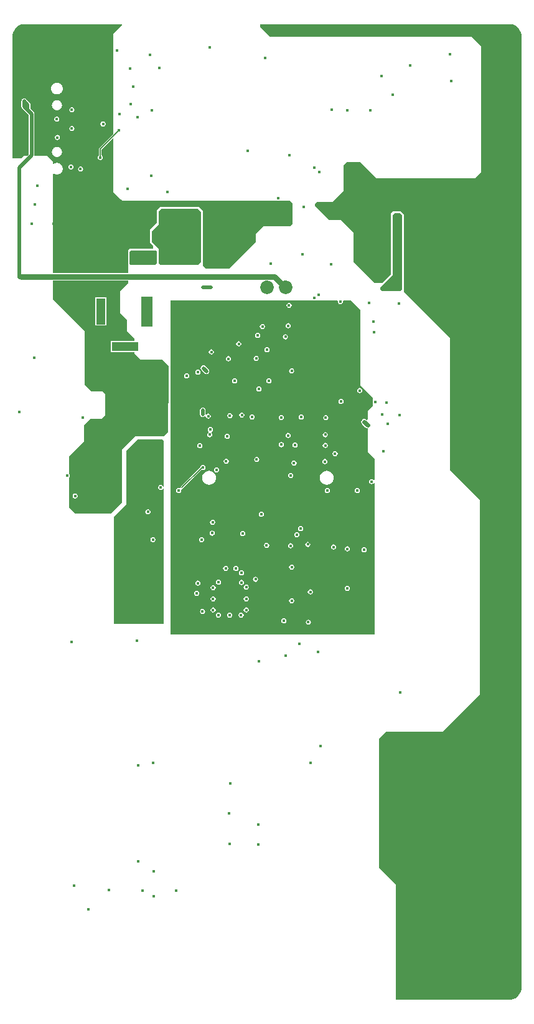
<source format=gbr>
%TF.GenerationSoftware,Altium Limited,Altium Designer,19.1.6 (110)*%
G04 Layer_Physical_Order=4*
G04 Layer_Color=6736896*
%FSLAX26Y26*%
%MOIN*%
%TF.FileFunction,Copper,L4,Inr,Signal*%
%TF.Part,Single*%
G01*
G75*
%TA.AperFunction,Conductor*%
%ADD41C,0.005000*%
%ADD46C,0.019685*%
%ADD50C,0.031496*%
%ADD51C,0.023622*%
%TA.AperFunction,ComponentPad*%
%ADD52R,0.139764X0.051181*%
%ADD53R,0.051181X0.139764*%
%ADD54R,0.061024X0.161417*%
%ADD55C,0.072835*%
%TA.AperFunction,ViaPad*%
%ADD57C,0.017716*%
G36*
X602438Y5229913D02*
X555748Y5183223D01*
Y4647230D01*
X479867Y4571349D01*
X478964Y4570248D01*
X478293Y4568993D01*
X477880Y4567632D01*
X477741Y4566215D01*
Y4531485D01*
X476714Y4530799D01*
X475375Y4529625D01*
X474201Y4528286D01*
X473212Y4526806D01*
X472424Y4525209D01*
X471852Y4523523D01*
X471505Y4521777D01*
X471388Y4520000D01*
X471505Y4518223D01*
X471852Y4516477D01*
X472424Y4514791D01*
X473212Y4513194D01*
X474201Y4511714D01*
X475375Y4510375D01*
X476714Y4509201D01*
X478194Y4508212D01*
X479791Y4507424D01*
X481477Y4506852D01*
X483223Y4506505D01*
X485000Y4506388D01*
X486777Y4506505D01*
X488523Y4506852D01*
X490209Y4507424D01*
X491806Y4508212D01*
X493286Y4509201D01*
X494625Y4510375D01*
X495799Y4511714D01*
X496788Y4513194D01*
X497576Y4514791D01*
X498148Y4516477D01*
X498495Y4518223D01*
X498612Y4520000D01*
X498495Y4521777D01*
X498148Y4523523D01*
X497576Y4525209D01*
X496788Y4526806D01*
X495799Y4528286D01*
X494625Y4529625D01*
X493286Y4530799D01*
X492259Y4531485D01*
Y4563208D01*
X552111Y4623060D01*
X555748Y4621553D01*
Y4336766D01*
X596102Y4296412D01*
Y4295428D01*
X602992Y4288538D01*
X1502598D01*
X1515394Y4275743D01*
Y4164522D01*
X1503583Y4152711D01*
X1360866D01*
X1319528Y4111373D01*
Y4069050D01*
X1176811Y3926334D01*
X1047874D01*
X1033110Y3941097D01*
Y4236373D01*
X1014409Y4255074D01*
X804764D01*
X788032Y4238341D01*
Y4173381D01*
X750630Y4135979D01*
Y4064129D01*
X767362Y4047396D01*
Y4030664D01*
X642362D01*
X633504Y4021806D01*
Y3902350D01*
X230945D01*
Y4432921D01*
X234882Y4434903D01*
X235386Y4434530D01*
X238023Y4432949D01*
X240803Y4431634D01*
X243699Y4430598D01*
X246682Y4429851D01*
X249724Y4429399D01*
X252795Y4429248D01*
X255867Y4429399D01*
X258909Y4429851D01*
X261892Y4430598D01*
X264787Y4431634D01*
X267567Y4432949D01*
X270205Y4434530D01*
X272675Y4436362D01*
X274954Y4438427D01*
X277019Y4440706D01*
X278851Y4443176D01*
X280432Y4445813D01*
X281747Y4448593D01*
X282783Y4451489D01*
X283530Y4454472D01*
X283981Y4457514D01*
X284132Y4460585D01*
X283981Y4463657D01*
X283530Y4466699D01*
X282783Y4469682D01*
X281747Y4472578D01*
X280432Y4475358D01*
X278851Y4477995D01*
X277019Y4480465D01*
X274954Y4482744D01*
X272675Y4484809D01*
X270205Y4486641D01*
X267567Y4488222D01*
X264787Y4489537D01*
X261892Y4490573D01*
X258909Y4491320D01*
X255867Y4491771D01*
X252795Y4491922D01*
X249724Y4491771D01*
X246682Y4491320D01*
X243699Y4490573D01*
X240803Y4489537D01*
X238023Y4488222D01*
X235386Y4486641D01*
X234882Y4486268D01*
X230945Y4488249D01*
Y4499168D01*
X200433Y4529680D01*
X133121D01*
X131764Y4531129D01*
Y4753696D01*
X131639Y4755601D01*
X131266Y4757474D01*
X130652Y4759282D01*
X129808Y4760995D01*
X128747Y4762583D01*
X127488Y4764018D01*
X110504Y4781002D01*
Y4803499D01*
X110379Y4805404D01*
X110006Y4807277D01*
X109392Y4809085D01*
X108548Y4810798D01*
X107487Y4812386D01*
X106228Y4813821D01*
X87724Y4832325D01*
X86288Y4833584D01*
X84701Y4834645D01*
X82988Y4835490D01*
X81180Y4836104D01*
X79307Y4836476D01*
X77402Y4836601D01*
X75496Y4836476D01*
X73623Y4836104D01*
X71815Y4835490D01*
X70103Y4834645D01*
X68515Y4833584D01*
X67079Y4832325D01*
X65820Y4830890D01*
X64759Y4829302D01*
X63915Y4827589D01*
X63301Y4825781D01*
X62928Y4823908D01*
X62803Y4822003D01*
Y4793459D01*
X62928Y4791554D01*
X63301Y4789681D01*
X63915Y4787873D01*
X64759Y4786160D01*
X65820Y4784573D01*
X67079Y4783137D01*
X85583Y4764633D01*
X102567Y4747649D01*
Y4537176D01*
X95071Y4529680D01*
X77402D01*
X62638Y4514916D01*
X16055D01*
Y5170866D01*
Y5177040D01*
X18464Y5189150D01*
X23189Y5200558D01*
X30049Y5210824D01*
X38780Y5219556D01*
X49047Y5226416D01*
X60455Y5231141D01*
X72566Y5233550D01*
X600931D01*
X602438Y5229913D01*
D02*
G37*
G36*
X2695449Y5231141D02*
X2706856Y5226416D01*
X2717123Y5219556D01*
X2725854Y5210825D01*
X2732715Y5200558D01*
X2737440Y5189151D01*
X2739849Y5177040D01*
Y5170866D01*
Y78740D01*
Y78740D01*
Y78740D01*
X2739849Y72566D01*
X2737440Y60455D01*
X2732715Y49046D01*
X2725855Y38779D01*
X2717124Y30047D01*
X2706856Y23186D01*
X2695448Y18460D01*
X2683338Y16051D01*
X2677164Y16051D01*
X2068543Y16058D01*
X2068542Y597441D01*
X2066929Y630905D01*
X1978347Y719488D01*
Y1413386D01*
X2014764Y1449803D01*
X2318898D01*
X2319390Y1449311D01*
X2519332Y1649253D01*
X2519331Y2688144D01*
X2356929Y2850546D01*
Y3557239D01*
X2111850Y3802318D01*
Y4215704D01*
X2096102Y4231452D01*
X2051811D01*
X2040000Y4219641D01*
Y3894837D01*
X1994725Y3849562D01*
X1953386D01*
X1840197Y3962751D01*
Y4120231D01*
X1773268Y4187160D01*
X1708307D01*
X1633504Y4261963D01*
Y4272790D01*
X1644331Y4283617D01*
X1728976D01*
X1789016Y4343656D01*
Y4479483D01*
X1805748Y4496215D01*
X1876614D01*
X1963228Y4409601D01*
X2490310Y4409601D01*
X2523260Y4442552D01*
X2523268Y4907633D01*
Y5115310D01*
X2473071Y5165507D01*
X1393347D01*
X1342165Y5216688D01*
Y5233550D01*
X2683338D01*
X2695449Y5231141D01*
D02*
G37*
G36*
X1023268Y4230467D02*
Y3960782D01*
X1009488Y3947003D01*
X805748D01*
X797874Y3954877D01*
X797874Y4031648D01*
X770315Y4059207D01*
X761457Y4068066D01*
Y4124168D01*
X798858Y4161570D01*
Y4231452D01*
X812638Y4245231D01*
X1008504D01*
X1023268Y4230467D01*
D02*
G37*
G36*
X789016Y4015900D02*
Y3956845D01*
X779173Y3947003D01*
Y3947003D01*
X647284D01*
X640394Y3953892D01*
Y4014916D01*
X646299Y4020822D01*
X784095D01*
X789016Y4015900D01*
D02*
G37*
G36*
X2102007Y4210782D02*
X2102008Y3815113D01*
X2091181Y3804286D01*
X1993741Y3804287D01*
X1984882Y3813144D01*
Y3824955D01*
X2050828Y3890901D01*
X2050828Y4212751D01*
X2059684Y4221608D01*
X2091183Y4221610D01*
X2102007Y4210782D01*
D02*
G37*
G36*
X1753889Y3755073D02*
X1757061Y3751207D01*
X1756821Y3750000D01*
X1757875Y3744700D01*
X1760877Y3740207D01*
X1765370Y3737206D01*
X1770669Y3736151D01*
X1775969Y3737206D01*
X1780462Y3740207D01*
X1783464Y3744700D01*
X1784518Y3750000D01*
X1784278Y3751207D01*
X1787450Y3755072D01*
X1826618D01*
X1877952Y3703739D01*
X1877955Y3302167D01*
X1944882Y3235236D01*
Y3191929D01*
X1945866Y3190945D01*
X1916339Y3161417D01*
Y3117974D01*
X1911719Y3116060D01*
X1910543Y3117236D01*
X1905074Y3120891D01*
X1898622Y3122174D01*
X1892170Y3120891D01*
X1886701Y3117236D01*
X1883046Y3111767D01*
X1881763Y3105315D01*
X1883046Y3098863D01*
X1886701Y3093394D01*
X1904417Y3075677D01*
X1909887Y3072022D01*
X1916339Y3070739D01*
Y2945032D01*
X1955512Y2905859D01*
Y2795736D01*
X1950512Y2794219D01*
X1948793Y2796793D01*
X1944300Y2799794D01*
X1939000Y2800849D01*
X1933700Y2799794D01*
X1929207Y2796793D01*
X1926206Y2792300D01*
X1925151Y2787000D01*
X1926206Y2781700D01*
X1929207Y2777207D01*
X1933700Y2774206D01*
X1939000Y2773151D01*
X1944300Y2774206D01*
X1948793Y2777207D01*
X1950512Y2779781D01*
X1955512Y2778264D01*
Y2234472D01*
X1955512Y1970002D01*
X860868Y1969999D01*
X860866Y3755074D01*
X1753889Y3755073D01*
D02*
G37*
G36*
X633504Y3847593D02*
X591181Y3805270D01*
Y3686176D01*
X626614Y3650743D01*
Y3591688D01*
X666968Y3551333D01*
Y3538341D01*
X542165D01*
Y3477711D01*
X666968D01*
Y3473578D01*
X700433Y3440113D01*
X815591D01*
X850039Y3405664D01*
Y3338735D01*
X850042Y3207769D01*
X849409Y3207136D01*
Y3051181D01*
X826772Y3028543D01*
X674293D01*
X673761Y3029075D01*
X645828Y3001141D01*
X602362Y2957675D01*
Y2674213D01*
X543307Y2615157D01*
X351378D01*
X317913Y2648622D01*
Y2808537D01*
X318870Y2809627D01*
X319859Y2811108D01*
X320647Y2812704D01*
X321219Y2814390D01*
X321566Y2816137D01*
X321683Y2817913D01*
X321566Y2819690D01*
X321219Y2821436D01*
X320647Y2823122D01*
X319859Y2824719D01*
X318870Y2826200D01*
X317913Y2827290D01*
Y2827449D01*
X317554Y2827809D01*
Y2922391D01*
X396299Y3001137D01*
Y3085782D01*
X431732Y3121215D01*
X490787D01*
X510473Y3140900D01*
Y3255073D01*
X495709Y3269837D01*
X436654D01*
X402205Y3304286D01*
Y3591688D01*
X230945Y3762948D01*
Y3861340D01*
X633504D01*
Y3847593D01*
D02*
G37*
G36*
X825000Y3006693D02*
X825000Y2759332D01*
X821219Y2758444D01*
X820646Y2760130D01*
X819859Y2761727D01*
X818870Y2763208D01*
X817696Y2764546D01*
X816357Y2765720D01*
X814877Y2766709D01*
X813280Y2767497D01*
X811594Y2768069D01*
X809848Y2768417D01*
X808071Y2768533D01*
X806294Y2768417D01*
X804548Y2768069D01*
X802862Y2767497D01*
X801265Y2766709D01*
X799785Y2765720D01*
X798446Y2764546D01*
X797272Y2763208D01*
X796283Y2761727D01*
X795495Y2760130D01*
X794923Y2758444D01*
X794576Y2756698D01*
X794459Y2754921D01*
X794576Y2753145D01*
X794923Y2751398D01*
X795495Y2749712D01*
X796283Y2748115D01*
X797272Y2746635D01*
X798446Y2745296D01*
X799785Y2744122D01*
X801265Y2743133D01*
X802862Y2742346D01*
X804548Y2741773D01*
X806294Y2741426D01*
X808071Y2741310D01*
X809848Y2741426D01*
X811594Y2741773D01*
X813280Y2742346D01*
X814877Y2743133D01*
X816357Y2744122D01*
X817696Y2745296D01*
X818870Y2746635D01*
X819859Y2748115D01*
X820646Y2749712D01*
X821219Y2751398D01*
X825000Y2750510D01*
X825000Y2024999D01*
X559056Y2025000D01*
X559055Y2597594D01*
X625000Y2662402D01*
Y2951772D01*
X687008Y3013780D01*
X817913D01*
X825000Y3006693D01*
D02*
G37*
%LPC*%
G36*
X252795Y4920663D02*
X249724Y4920512D01*
X246682Y4920060D01*
X243699Y4919313D01*
X240803Y4918277D01*
X238023Y4916962D01*
X235386Y4915381D01*
X232915Y4913549D01*
X230637Y4911484D01*
X228571Y4909206D01*
X226740Y4906735D01*
X225159Y4904098D01*
X223844Y4901318D01*
X222808Y4898422D01*
X222060Y4895439D01*
X221609Y4892397D01*
X221458Y4889326D01*
X221609Y4886254D01*
X222060Y4883212D01*
X222808Y4880229D01*
X223844Y4877333D01*
X225159Y4874553D01*
X226740Y4871916D01*
X228571Y4869446D01*
X230637Y4867167D01*
X232915Y4865102D01*
X235386Y4863270D01*
X238023Y4861689D01*
X240803Y4860374D01*
X243699Y4859338D01*
X246682Y4858591D01*
X249724Y4858140D01*
X252795Y4857989D01*
X255867Y4858140D01*
X258909Y4858591D01*
X261892Y4859338D01*
X264787Y4860374D01*
X267567Y4861689D01*
X270205Y4863270D01*
X272675Y4865102D01*
X274954Y4867167D01*
X277019Y4869446D01*
X278851Y4871916D01*
X280432Y4874553D01*
X281747Y4877333D01*
X282783Y4880229D01*
X283530Y4883212D01*
X283981Y4886254D01*
X284132Y4889326D01*
X283981Y4892397D01*
X283530Y4895439D01*
X282783Y4898422D01*
X281747Y4901318D01*
X280432Y4904098D01*
X278851Y4906735D01*
X277019Y4909206D01*
X274954Y4911484D01*
X272675Y4913549D01*
X270205Y4915381D01*
X267567Y4916962D01*
X264787Y4918277D01*
X261892Y4919313D01*
X258909Y4920060D01*
X255867Y4920512D01*
X252795Y4920663D01*
D02*
G37*
G36*
Y4826957D02*
X250149Y4826827D01*
X247528Y4826438D01*
X244957Y4825794D01*
X242463Y4824901D01*
X240067Y4823768D01*
X237794Y4822406D01*
X235666Y4820828D01*
X233703Y4819048D01*
X231923Y4817085D01*
X230345Y4814957D01*
X228982Y4812684D01*
X227850Y4810288D01*
X226957Y4807793D01*
X226313Y4805223D01*
X225924Y4802602D01*
X225794Y4799956D01*
X225924Y4797309D01*
X226313Y4794688D01*
X226957Y4792118D01*
X227850Y4789623D01*
X228982Y4787227D01*
X230345Y4784954D01*
X231923Y4782826D01*
X233703Y4780863D01*
X235666Y4779083D01*
X237794Y4777505D01*
X240067Y4776143D01*
X242463Y4775010D01*
X244957Y4774117D01*
X247528Y4773473D01*
X250149Y4773084D01*
X252795Y4772954D01*
X255442Y4773084D01*
X258063Y4773473D01*
X260633Y4774117D01*
X263128Y4775010D01*
X265524Y4776143D01*
X267796Y4777505D01*
X269925Y4779083D01*
X271888Y4780863D01*
X273667Y4782826D01*
X275246Y4784954D01*
X276608Y4787227D01*
X277741Y4789623D01*
X278634Y4792118D01*
X279277Y4794688D01*
X279666Y4797309D01*
X279796Y4799956D01*
X279666Y4802602D01*
X279277Y4805223D01*
X278634Y4807793D01*
X277741Y4810288D01*
X276608Y4812684D01*
X275246Y4814957D01*
X273667Y4817085D01*
X271888Y4819048D01*
X269925Y4820828D01*
X267796Y4822406D01*
X265524Y4823768D01*
X263128Y4824901D01*
X260633Y4825794D01*
X258063Y4826438D01*
X255442Y4826827D01*
X252795Y4826957D01*
D02*
G37*
G36*
X332795Y4788567D02*
X331019Y4788451D01*
X329272Y4788103D01*
X327586Y4787531D01*
X325989Y4786744D01*
X324509Y4785754D01*
X323170Y4784580D01*
X321996Y4783242D01*
X321007Y4781761D01*
X320220Y4780164D01*
X319647Y4778479D01*
X319300Y4776732D01*
X319184Y4774956D01*
X319300Y4773179D01*
X319647Y4771432D01*
X320220Y4769747D01*
X321007Y4768150D01*
X321996Y4766669D01*
X323170Y4765331D01*
X324509Y4764157D01*
X325989Y4763167D01*
X327586Y4762380D01*
X329272Y4761808D01*
X331019Y4761460D01*
X332795Y4761344D01*
X334572Y4761460D01*
X336318Y4761808D01*
X338004Y4762380D01*
X339601Y4763167D01*
X341082Y4764157D01*
X342420Y4765331D01*
X343594Y4766669D01*
X344583Y4768150D01*
X345371Y4769747D01*
X345943Y4771432D01*
X346291Y4773179D01*
X346407Y4774956D01*
X346291Y4776732D01*
X345943Y4778479D01*
X345371Y4780164D01*
X344583Y4781761D01*
X343594Y4783242D01*
X342420Y4784580D01*
X341082Y4785754D01*
X339601Y4786744D01*
X338004Y4787531D01*
X336318Y4788103D01*
X334572Y4788451D01*
X332795Y4788567D01*
D02*
G37*
G36*
X252008Y4738567D02*
X250231Y4738451D01*
X248485Y4738103D01*
X246799Y4737531D01*
X245202Y4736744D01*
X243722Y4735754D01*
X242383Y4734580D01*
X241209Y4733242D01*
X240220Y4731761D01*
X239432Y4730164D01*
X238860Y4728479D01*
X238513Y4726732D01*
X238396Y4724956D01*
X238513Y4723179D01*
X238860Y4721432D01*
X239432Y4719747D01*
X240220Y4718150D01*
X241209Y4716669D01*
X242383Y4715331D01*
X243722Y4714157D01*
X245202Y4713167D01*
X246799Y4712380D01*
X248485Y4711808D01*
X250231Y4711460D01*
X252008Y4711344D01*
X253785Y4711460D01*
X255531Y4711808D01*
X257217Y4712380D01*
X258814Y4713167D01*
X260294Y4714157D01*
X261633Y4715331D01*
X262807Y4716669D01*
X263796Y4718150D01*
X264584Y4719747D01*
X265156Y4721432D01*
X265503Y4723179D01*
X265620Y4724956D01*
X265503Y4726732D01*
X265156Y4728479D01*
X264584Y4730164D01*
X263796Y4731761D01*
X262807Y4733242D01*
X261633Y4734580D01*
X260294Y4735754D01*
X258814Y4736744D01*
X257217Y4737531D01*
X255531Y4738103D01*
X253785Y4738451D01*
X252008Y4738567D01*
D02*
G37*
G36*
X499646Y4712583D02*
X497869Y4712467D01*
X496123Y4712119D01*
X494437Y4711547D01*
X492840Y4710759D01*
X491359Y4709770D01*
X490021Y4708596D01*
X488847Y4707257D01*
X487858Y4705777D01*
X487070Y4704180D01*
X486498Y4702494D01*
X486150Y4700748D01*
X486034Y4698971D01*
X486150Y4697194D01*
X486498Y4695448D01*
X487070Y4693762D01*
X487858Y4692165D01*
X488847Y4690685D01*
X490021Y4689346D01*
X491359Y4688172D01*
X492840Y4687183D01*
X494437Y4686396D01*
X496123Y4685823D01*
X497869Y4685476D01*
X499646Y4685359D01*
X501422Y4685476D01*
X503169Y4685823D01*
X504855Y4686396D01*
X506452Y4687183D01*
X507932Y4688172D01*
X509271Y4689346D01*
X510445Y4690685D01*
X511434Y4692165D01*
X512221Y4693762D01*
X512794Y4695448D01*
X513141Y4697194D01*
X513257Y4698971D01*
X513141Y4700748D01*
X512794Y4702494D01*
X512221Y4704180D01*
X511434Y4705777D01*
X510445Y4707257D01*
X509271Y4708596D01*
X507932Y4709770D01*
X506452Y4710759D01*
X504855Y4711547D01*
X503169Y4712119D01*
X501422Y4712467D01*
X499646Y4712583D01*
D02*
G37*
G36*
X332795Y4688567D02*
X331019Y4688451D01*
X329272Y4688103D01*
X327586Y4687531D01*
X325989Y4686744D01*
X324509Y4685754D01*
X323170Y4684580D01*
X321996Y4683242D01*
X321007Y4681761D01*
X320220Y4680164D01*
X319647Y4678479D01*
X319300Y4676732D01*
X319184Y4674956D01*
X319300Y4673179D01*
X319647Y4671432D01*
X320220Y4669747D01*
X321007Y4668150D01*
X321996Y4666669D01*
X323170Y4665331D01*
X324509Y4664157D01*
X325989Y4663167D01*
X327586Y4662380D01*
X329272Y4661808D01*
X331019Y4661460D01*
X332795Y4661344D01*
X334572Y4661460D01*
X336318Y4661808D01*
X338004Y4662380D01*
X339601Y4663167D01*
X341082Y4664157D01*
X342420Y4665331D01*
X343594Y4666669D01*
X344583Y4668150D01*
X345371Y4669747D01*
X345943Y4671432D01*
X346291Y4673179D01*
X346407Y4674956D01*
X346291Y4676732D01*
X345943Y4678479D01*
X345371Y4680164D01*
X344583Y4681761D01*
X343594Y4683242D01*
X342420Y4684580D01*
X341082Y4685754D01*
X339601Y4686744D01*
X338004Y4687531D01*
X336318Y4688103D01*
X334572Y4688451D01*
X332795Y4688567D01*
D02*
G37*
G36*
X255551Y4640733D02*
X253774Y4640616D01*
X252028Y4640269D01*
X250342Y4639697D01*
X248745Y4638909D01*
X247265Y4637920D01*
X245926Y4636746D01*
X244752Y4635407D01*
X243763Y4633927D01*
X242976Y4632330D01*
X242403Y4630644D01*
X242056Y4628898D01*
X241940Y4627121D01*
X242056Y4625344D01*
X242403Y4623598D01*
X242976Y4621912D01*
X243763Y4620315D01*
X244752Y4618835D01*
X245926Y4617496D01*
X247265Y4616322D01*
X248745Y4615333D01*
X250342Y4614545D01*
X252028Y4613973D01*
X253774Y4613626D01*
X255551Y4613509D01*
X257328Y4613626D01*
X259074Y4613973D01*
X260760Y4614545D01*
X262357Y4615333D01*
X263837Y4616322D01*
X265176Y4617496D01*
X266350Y4618835D01*
X267339Y4620315D01*
X268127Y4621912D01*
X268699Y4623598D01*
X269046Y4625344D01*
X269163Y4627121D01*
X269046Y4628898D01*
X268699Y4630644D01*
X268127Y4632330D01*
X267339Y4633927D01*
X266350Y4635407D01*
X265176Y4636746D01*
X263837Y4637920D01*
X262357Y4638909D01*
X260760Y4639697D01*
X259074Y4640269D01*
X257328Y4640616D01*
X255551Y4640733D01*
D02*
G37*
G36*
X252795Y4576957D02*
X250149Y4576827D01*
X247528Y4576438D01*
X244957Y4575794D01*
X242463Y4574901D01*
X240067Y4573768D01*
X237794Y4572406D01*
X235666Y4570828D01*
X233703Y4569048D01*
X231923Y4567085D01*
X230345Y4564957D01*
X228982Y4562684D01*
X227850Y4560288D01*
X226957Y4557793D01*
X226313Y4555223D01*
X225924Y4552602D01*
X225794Y4549956D01*
X225924Y4547309D01*
X226313Y4544688D01*
X226957Y4542118D01*
X227850Y4539623D01*
X228982Y4537227D01*
X230345Y4534954D01*
X231923Y4532826D01*
X233703Y4530863D01*
X235666Y4529083D01*
X237794Y4527505D01*
X240067Y4526143D01*
X242463Y4525010D01*
X244957Y4524117D01*
X247528Y4523473D01*
X250149Y4523084D01*
X252795Y4522954D01*
X255442Y4523084D01*
X258063Y4523473D01*
X260633Y4524117D01*
X263128Y4525010D01*
X265524Y4526143D01*
X267796Y4527505D01*
X269925Y4529083D01*
X271888Y4530863D01*
X273667Y4532826D01*
X275246Y4534954D01*
X276608Y4537227D01*
X277741Y4539623D01*
X278634Y4542118D01*
X279277Y4544688D01*
X279666Y4547309D01*
X279796Y4549956D01*
X279666Y4552602D01*
X279277Y4555223D01*
X278634Y4557793D01*
X277741Y4560288D01*
X276608Y4562684D01*
X275246Y4564957D01*
X273667Y4567085D01*
X271888Y4569048D01*
X269925Y4570828D01*
X267796Y4572406D01*
X265524Y4573768D01*
X263128Y4574901D01*
X260633Y4575794D01*
X258063Y4576438D01*
X255442Y4576827D01*
X252795Y4576957D01*
D02*
G37*
G36*
X328386Y4483252D02*
X326609Y4483136D01*
X324863Y4482788D01*
X323177Y4482216D01*
X321580Y4481429D01*
X320100Y4480439D01*
X318761Y4479265D01*
X317587Y4477927D01*
X316598Y4476446D01*
X315810Y4474850D01*
X315238Y4473163D01*
X314891Y4471417D01*
X314774Y4469641D01*
X314891Y4467864D01*
X315238Y4466118D01*
X315810Y4464431D01*
X316598Y4462835D01*
X317587Y4461354D01*
X318761Y4460016D01*
X320100Y4458842D01*
X321580Y4457852D01*
X323177Y4457065D01*
X324863Y4456493D01*
X326609Y4456145D01*
X328386Y4456029D01*
X330163Y4456145D01*
X331909Y4456493D01*
X333595Y4457065D01*
X335192Y4457852D01*
X336672Y4458842D01*
X338011Y4460016D01*
X339185Y4461354D01*
X340174Y4462835D01*
X340962Y4464431D01*
X341534Y4466118D01*
X341881Y4467864D01*
X341998Y4469641D01*
X341881Y4471417D01*
X341534Y4473163D01*
X340962Y4474850D01*
X340174Y4476446D01*
X339185Y4477927D01*
X338011Y4479265D01*
X336672Y4480439D01*
X335192Y4481429D01*
X333595Y4482216D01*
X331909Y4482788D01*
X330163Y4483136D01*
X328386Y4483252D01*
D02*
G37*
G36*
X379567Y4471441D02*
X377790Y4471325D01*
X376044Y4470977D01*
X374358Y4470405D01*
X372761Y4469618D01*
X371281Y4468628D01*
X369942Y4467454D01*
X368768Y4466116D01*
X367779Y4464635D01*
X366991Y4463038D01*
X366419Y4461352D01*
X366072Y4459606D01*
X365955Y4457829D01*
X366072Y4456053D01*
X366419Y4454306D01*
X366991Y4452620D01*
X367779Y4451024D01*
X368768Y4449543D01*
X369942Y4448205D01*
X371281Y4447031D01*
X372761Y4446041D01*
X374358Y4445254D01*
X376044Y4444682D01*
X377790Y4444334D01*
X379567Y4444218D01*
X381344Y4444334D01*
X383090Y4444682D01*
X384776Y4445254D01*
X386373Y4446041D01*
X387853Y4447031D01*
X389192Y4448205D01*
X390366Y4449543D01*
X391355Y4451024D01*
X392143Y4452620D01*
X392715Y4454306D01*
X393062Y4456053D01*
X393179Y4457829D01*
X393062Y4459606D01*
X392715Y4461352D01*
X392143Y4463038D01*
X391355Y4464635D01*
X390366Y4466116D01*
X389192Y4467454D01*
X387853Y4468628D01*
X386373Y4469618D01*
X384776Y4470405D01*
X383090Y4470977D01*
X381344Y4471325D01*
X379567Y4471441D01*
D02*
G37*
G36*
X1496063Y3743179D02*
X1490763Y3742125D01*
X1486271Y3739123D01*
X1483268Y3734630D01*
X1482214Y3729331D01*
X1483268Y3724031D01*
X1486271Y3719538D01*
X1490763Y3716536D01*
X1496063Y3715482D01*
X1501363Y3716536D01*
X1505855Y3719538D01*
X1508858Y3724031D01*
X1509912Y3729331D01*
X1508858Y3734630D01*
X1505855Y3739123D01*
X1501363Y3742125D01*
X1496063Y3743179D01*
D02*
G37*
G36*
X1492126Y3633927D02*
X1486826Y3632873D01*
X1482333Y3629871D01*
X1479332Y3625378D01*
X1478277Y3620079D01*
X1479332Y3614779D01*
X1482333Y3610286D01*
X1486826Y3607284D01*
X1492126Y3606230D01*
X1497426Y3607284D01*
X1501918Y3610286D01*
X1504920Y3614779D01*
X1505975Y3620079D01*
X1504920Y3625378D01*
X1501918Y3629871D01*
X1497426Y3632873D01*
X1492126Y3633927D01*
D02*
G37*
G36*
X1353347Y3629990D02*
X1348047Y3628936D01*
X1343554Y3625934D01*
X1340552Y3621441D01*
X1339498Y3616142D01*
X1340552Y3610842D01*
X1343554Y3606349D01*
X1348047Y3603347D01*
X1353347Y3602293D01*
X1358646Y3603347D01*
X1363139Y3606349D01*
X1366141Y3610842D01*
X1367195Y3616142D01*
X1366141Y3621441D01*
X1363139Y3625934D01*
X1358646Y3628936D01*
X1353347Y3629990D01*
D02*
G37*
G36*
X1327756Y3581762D02*
X1322456Y3580708D01*
X1317963Y3577706D01*
X1314961Y3573213D01*
X1313907Y3567913D01*
X1314961Y3562614D01*
X1317963Y3558121D01*
X1322456Y3555119D01*
X1327756Y3554065D01*
X1333056Y3555119D01*
X1337548Y3558121D01*
X1340550Y3562614D01*
X1341605Y3567913D01*
X1340550Y3573213D01*
X1337548Y3577706D01*
X1333056Y3580708D01*
X1327756Y3581762D01*
D02*
G37*
G36*
X1476378Y3574872D02*
X1471078Y3573818D01*
X1466585Y3570816D01*
X1463583Y3566323D01*
X1462529Y3561024D01*
X1463583Y3555724D01*
X1466585Y3551231D01*
X1471078Y3548229D01*
X1476378Y3547175D01*
X1481678Y3548229D01*
X1486170Y3551231D01*
X1489172Y3555724D01*
X1490227Y3561024D01*
X1489172Y3566323D01*
X1486170Y3570816D01*
X1481678Y3573818D01*
X1476378Y3574872D01*
D02*
G37*
G36*
X1226378Y3537471D02*
X1221078Y3536416D01*
X1216585Y3533414D01*
X1213583Y3528922D01*
X1212529Y3523622D01*
X1213583Y3518322D01*
X1216585Y3513829D01*
X1221078Y3510827D01*
X1226378Y3509773D01*
X1231678Y3510827D01*
X1236170Y3513829D01*
X1239172Y3518322D01*
X1240227Y3523622D01*
X1239172Y3528922D01*
X1236170Y3533414D01*
X1231678Y3536416D01*
X1226378Y3537471D01*
D02*
G37*
G36*
X1377953Y3505975D02*
X1372653Y3504921D01*
X1368160Y3501919D01*
X1365158Y3497426D01*
X1364104Y3492126D01*
X1365158Y3486826D01*
X1368160Y3482334D01*
X1372653Y3479331D01*
X1377953Y3478277D01*
X1383253Y3479331D01*
X1387745Y3482334D01*
X1390747Y3486826D01*
X1391802Y3492126D01*
X1390747Y3497426D01*
X1387745Y3501919D01*
X1383253Y3504921D01*
X1377953Y3505975D01*
D02*
G37*
G36*
X1079724Y3494164D02*
X1074425Y3493110D01*
X1069932Y3490108D01*
X1066930Y3485615D01*
X1065876Y3480315D01*
X1066930Y3475015D01*
X1069932Y3470523D01*
X1074425Y3467521D01*
X1079724Y3466466D01*
X1085024Y3467521D01*
X1089517Y3470523D01*
X1092519Y3475015D01*
X1093573Y3480315D01*
X1092519Y3485615D01*
X1089517Y3490108D01*
X1085024Y3493110D01*
X1079724Y3494164D01*
D02*
G37*
G36*
X1319882Y3458731D02*
X1314582Y3457676D01*
X1310089Y3454674D01*
X1307087Y3450182D01*
X1306033Y3444882D01*
X1307087Y3439582D01*
X1310089Y3435089D01*
X1314582Y3432087D01*
X1319882Y3431033D01*
X1325182Y3432087D01*
X1329674Y3435089D01*
X1332676Y3439582D01*
X1333731Y3444882D01*
X1332676Y3450182D01*
X1329674Y3454674D01*
X1325182Y3457676D01*
X1319882Y3458731D01*
D02*
G37*
G36*
X1171260Y3457746D02*
X1165960Y3456692D01*
X1161467Y3453690D01*
X1158465Y3449197D01*
X1157411Y3443898D01*
X1158465Y3438598D01*
X1161467Y3434105D01*
X1165960Y3431103D01*
X1171260Y3430049D01*
X1176560Y3431103D01*
X1181052Y3434105D01*
X1184054Y3438598D01*
X1185109Y3443898D01*
X1184054Y3449197D01*
X1181052Y3453690D01*
X1176560Y3456692D01*
X1171260Y3457746D01*
D02*
G37*
G36*
X1510000Y3391849D02*
X1504700Y3390794D01*
X1500207Y3387793D01*
X1497206Y3383300D01*
X1496151Y3378000D01*
X1497206Y3372700D01*
X1500207Y3368207D01*
X1504700Y3365206D01*
X1510000Y3364151D01*
X1515300Y3365206D01*
X1519793Y3368207D01*
X1522794Y3372700D01*
X1523849Y3378000D01*
X1522794Y3383300D01*
X1519793Y3387793D01*
X1515300Y3390794D01*
X1510000Y3391849D01*
D02*
G37*
G36*
X1037402Y3408553D02*
X1031718Y3407423D01*
X1026899Y3404203D01*
X1023680Y3399385D01*
X1022549Y3393701D01*
X1023680Y3388017D01*
X1026899Y3383199D01*
X1043632Y3366466D01*
X1048450Y3363247D01*
X1054134Y3362116D01*
X1059818Y3363247D01*
X1064636Y3366466D01*
X1067856Y3371285D01*
X1068986Y3376968D01*
X1067856Y3382652D01*
X1064636Y3387471D01*
X1047904Y3404203D01*
X1043085Y3407423D01*
X1037402Y3408553D01*
D02*
G37*
G36*
X1007874Y3385896D02*
X1002574Y3384842D01*
X998082Y3381840D01*
X995080Y3377347D01*
X994025Y3372047D01*
X995080Y3366747D01*
X998082Y3362255D01*
X1002574Y3359253D01*
X1007874Y3358198D01*
X1013174Y3359253D01*
X1017667Y3362255D01*
X1020668Y3366747D01*
X1021723Y3372047D01*
X1020668Y3377347D01*
X1017667Y3381840D01*
X1013174Y3384842D01*
X1007874Y3385896D01*
D02*
G37*
G36*
X946850Y3365227D02*
X941551Y3364173D01*
X937058Y3361171D01*
X934056Y3356678D01*
X933002Y3351378D01*
X934056Y3346078D01*
X937058Y3341586D01*
X941551Y3338584D01*
X946850Y3337529D01*
X952150Y3338584D01*
X956643Y3341586D01*
X959645Y3346078D01*
X960699Y3351378D01*
X959645Y3356678D01*
X956643Y3361171D01*
X952150Y3364173D01*
X946850Y3365227D01*
D02*
G37*
G36*
X1204724Y3339636D02*
X1199425Y3338582D01*
X1194932Y3335580D01*
X1191930Y3331087D01*
X1190876Y3325787D01*
X1191930Y3320488D01*
X1194932Y3315995D01*
X1199425Y3312993D01*
X1204724Y3311939D01*
X1210024Y3312993D01*
X1214517Y3315995D01*
X1217519Y3320488D01*
X1218573Y3325787D01*
X1217519Y3331087D01*
X1214517Y3335580D01*
X1210024Y3338582D01*
X1204724Y3339636D01*
D02*
G37*
G36*
X1388780Y3338652D02*
X1383480Y3337598D01*
X1378987Y3334596D01*
X1375985Y3330103D01*
X1374931Y3324803D01*
X1375985Y3319503D01*
X1378987Y3315011D01*
X1383480Y3312009D01*
X1388780Y3310954D01*
X1394079Y3312009D01*
X1398572Y3315011D01*
X1401574Y3319503D01*
X1402628Y3324803D01*
X1401574Y3330103D01*
X1398572Y3334596D01*
X1394079Y3337598D01*
X1388780Y3338652D01*
D02*
G37*
G36*
X1334646Y3296329D02*
X1329346Y3295275D01*
X1324853Y3292273D01*
X1321851Y3287780D01*
X1320797Y3282480D01*
X1321851Y3277181D01*
X1324853Y3272688D01*
X1329346Y3269686D01*
X1334646Y3268632D01*
X1339945Y3269686D01*
X1344438Y3272688D01*
X1347440Y3277181D01*
X1348494Y3282480D01*
X1347440Y3287780D01*
X1344438Y3292273D01*
X1339945Y3295275D01*
X1334646Y3296329D01*
D02*
G37*
G36*
X1874016Y3287471D02*
X1868716Y3286416D01*
X1864223Y3283414D01*
X1861221Y3278922D01*
X1860167Y3273622D01*
X1861221Y3268322D01*
X1864223Y3263829D01*
X1868716Y3260827D01*
X1874016Y3259773D01*
X1879315Y3260827D01*
X1883808Y3263829D01*
X1886810Y3268322D01*
X1887864Y3273622D01*
X1886810Y3278922D01*
X1883808Y3283414D01*
X1879315Y3286416D01*
X1874016Y3287471D01*
D02*
G37*
G36*
X1773622Y3228416D02*
X1768322Y3227361D01*
X1763830Y3224359D01*
X1760828Y3219867D01*
X1759773Y3214567D01*
X1760828Y3209267D01*
X1763830Y3204774D01*
X1768322Y3201772D01*
X1773622Y3200718D01*
X1778922Y3201772D01*
X1783415Y3204774D01*
X1786417Y3209267D01*
X1787471Y3214567D01*
X1786417Y3219867D01*
X1783415Y3224359D01*
X1778922Y3227361D01*
X1773622Y3228416D01*
D02*
G37*
G36*
X1243110Y3156565D02*
X1237811Y3155511D01*
X1233318Y3152509D01*
X1230316Y3148016D01*
X1229262Y3142716D01*
X1230316Y3137417D01*
X1233318Y3132924D01*
X1237811Y3129922D01*
X1243110Y3128868D01*
X1248410Y3129922D01*
X1252903Y3132924D01*
X1255905Y3137417D01*
X1256959Y3142716D01*
X1255905Y3148016D01*
X1252903Y3152509D01*
X1248410Y3155511D01*
X1243110Y3156565D01*
D02*
G37*
G36*
X1179134Y3152628D02*
X1173834Y3151574D01*
X1169341Y3148572D01*
X1166339Y3144079D01*
X1165285Y3138780D01*
X1166339Y3133480D01*
X1169341Y3128987D01*
X1173834Y3125985D01*
X1179134Y3124931D01*
X1184434Y3125985D01*
X1188926Y3128987D01*
X1191928Y3133480D01*
X1192983Y3138780D01*
X1191928Y3144079D01*
X1188926Y3148572D01*
X1184434Y3151574D01*
X1179134Y3152628D01*
D02*
G37*
G36*
X1033465Y3183159D02*
X1027781Y3182029D01*
X1022962Y3178809D01*
X1019743Y3173991D01*
X1018612Y3168307D01*
Y3145669D01*
X1019743Y3139986D01*
X1022962Y3135167D01*
X1027781Y3131948D01*
X1033465Y3130817D01*
X1039148Y3131948D01*
X1043967Y3135167D01*
X1044279Y3135635D01*
X1049587Y3134579D01*
X1050198Y3131511D01*
X1053200Y3127019D01*
X1057692Y3124017D01*
X1062992Y3122962D01*
X1068292Y3124017D01*
X1072785Y3127019D01*
X1075787Y3131511D01*
X1076841Y3136811D01*
X1075787Y3142111D01*
X1072785Y3146604D01*
X1068292Y3149606D01*
X1062992Y3150660D01*
X1057692Y3149606D01*
X1053317Y3146682D01*
X1052577Y3146819D01*
X1048317Y3148296D01*
Y3168307D01*
X1047186Y3173991D01*
X1043967Y3178809D01*
X1039148Y3182029D01*
X1033465Y3183159D01*
D02*
G37*
G36*
X1298228Y3146723D02*
X1292929Y3145669D01*
X1288436Y3142666D01*
X1285434Y3138174D01*
X1284380Y3132874D01*
X1285434Y3127574D01*
X1288436Y3123081D01*
X1292929Y3120079D01*
X1298228Y3119025D01*
X1303528Y3120079D01*
X1308021Y3123081D01*
X1311023Y3127574D01*
X1312077Y3132874D01*
X1311023Y3138174D01*
X1308021Y3142666D01*
X1303528Y3145669D01*
X1298228Y3146723D01*
D02*
G37*
G36*
X1561024Y3145738D02*
X1555724Y3144684D01*
X1551231Y3141682D01*
X1548229Y3137189D01*
X1547175Y3131890D01*
X1548229Y3126590D01*
X1551231Y3122097D01*
X1555724Y3119095D01*
X1561024Y3118041D01*
X1566323Y3119095D01*
X1570816Y3122097D01*
X1573818Y3126590D01*
X1574872Y3131890D01*
X1573818Y3137189D01*
X1570816Y3141682D01*
X1566323Y3144684D01*
X1561024Y3145738D01*
D02*
G37*
G36*
X1453740Y3143770D02*
X1448440Y3142716D01*
X1443948Y3139714D01*
X1440946Y3135221D01*
X1439891Y3129921D01*
X1440946Y3124622D01*
X1443948Y3120129D01*
X1448440Y3117127D01*
X1453740Y3116073D01*
X1459040Y3117127D01*
X1463533Y3120129D01*
X1466535Y3124622D01*
X1467589Y3129921D01*
X1466535Y3135221D01*
X1463533Y3139714D01*
X1459040Y3142716D01*
X1453740Y3143770D01*
D02*
G37*
G36*
X1692913Y3141802D02*
X1687614Y3140747D01*
X1683121Y3137745D01*
X1680119Y3133253D01*
X1679065Y3127953D01*
X1680119Y3122653D01*
X1683121Y3118160D01*
X1687614Y3115158D01*
X1692913Y3114104D01*
X1698213Y3115158D01*
X1702706Y3118160D01*
X1705708Y3122653D01*
X1706762Y3127953D01*
X1705708Y3133253D01*
X1702706Y3137745D01*
X1698213Y3140747D01*
X1692913Y3141802D01*
D02*
G37*
G36*
X1689961Y3051250D02*
X1684661Y3050196D01*
X1680168Y3047194D01*
X1677166Y3042701D01*
X1676112Y3037402D01*
X1677166Y3032102D01*
X1680168Y3027609D01*
X1684661Y3024607D01*
X1689961Y3023553D01*
X1695260Y3024607D01*
X1699753Y3027609D01*
X1702755Y3032102D01*
X1703809Y3037402D01*
X1702755Y3042701D01*
X1699753Y3047194D01*
X1695260Y3050196D01*
X1689961Y3051250D01*
D02*
G37*
G36*
X1073819Y3078809D02*
X1068519Y3077755D01*
X1064026Y3074753D01*
X1061024Y3070260D01*
X1059970Y3064961D01*
X1061024Y3059661D01*
X1064026Y3055168D01*
X1064360Y3054945D01*
X1064596Y3054014D01*
X1064017Y3049161D01*
X1061074Y3047194D01*
X1058072Y3042701D01*
X1057017Y3037402D01*
X1058072Y3032102D01*
X1061074Y3027609D01*
X1065566Y3024607D01*
X1070866Y3023553D01*
X1076166Y3024607D01*
X1080659Y3027609D01*
X1083661Y3032102D01*
X1084715Y3037402D01*
X1083661Y3042701D01*
X1080659Y3047194D01*
X1080325Y3047417D01*
X1080089Y3048349D01*
X1080668Y3053201D01*
X1083611Y3055168D01*
X1086613Y3059661D01*
X1087668Y3064961D01*
X1086613Y3070260D01*
X1083611Y3074753D01*
X1079119Y3077755D01*
X1073819Y3078809D01*
D02*
G37*
G36*
X1490158Y3047313D02*
X1484858Y3046259D01*
X1480365Y3043257D01*
X1477363Y3038764D01*
X1476309Y3033465D01*
X1477363Y3028165D01*
X1480365Y3023672D01*
X1484858Y3020670D01*
X1490158Y3019616D01*
X1495457Y3020670D01*
X1499950Y3023672D01*
X1502952Y3028165D01*
X1504006Y3033465D01*
X1502952Y3038764D01*
X1499950Y3043257D01*
X1495457Y3046259D01*
X1490158Y3047313D01*
D02*
G37*
G36*
X1165354Y3042392D02*
X1160055Y3041338D01*
X1155562Y3038336D01*
X1152560Y3033843D01*
X1151506Y3028543D01*
X1152560Y3023244D01*
X1155562Y3018751D01*
X1160055Y3015749D01*
X1165354Y3014695D01*
X1170654Y3015749D01*
X1175147Y3018751D01*
X1178149Y3023244D01*
X1179203Y3028543D01*
X1178149Y3033843D01*
X1175147Y3038336D01*
X1170654Y3041338D01*
X1165354Y3042392D01*
D02*
G37*
G36*
X1454724Y2998101D02*
X1449425Y2997046D01*
X1444932Y2994044D01*
X1441930Y2989552D01*
X1440876Y2984252D01*
X1441930Y2978952D01*
X1444932Y2974459D01*
X1449425Y2971457D01*
X1454724Y2970403D01*
X1460024Y2971457D01*
X1464517Y2974459D01*
X1467519Y2978952D01*
X1468573Y2984252D01*
X1467519Y2989552D01*
X1464517Y2994044D01*
X1460024Y2997046D01*
X1454724Y2998101D01*
D02*
G37*
G36*
X1528543Y2995148D02*
X1523244Y2994094D01*
X1518751Y2991092D01*
X1515749Y2986599D01*
X1514695Y2981299D01*
X1515749Y2975999D01*
X1518751Y2971507D01*
X1523244Y2968505D01*
X1528543Y2967450D01*
X1533843Y2968505D01*
X1538336Y2971507D01*
X1541338Y2975999D01*
X1542392Y2981299D01*
X1541338Y2986599D01*
X1538336Y2991092D01*
X1533843Y2994094D01*
X1528543Y2995148D01*
D02*
G37*
G36*
X1689961Y2994164D02*
X1684661Y2993110D01*
X1680168Y2990108D01*
X1677166Y2985615D01*
X1676112Y2980315D01*
X1677166Y2975015D01*
X1680168Y2970523D01*
X1684661Y2967521D01*
X1689961Y2966466D01*
X1695260Y2967521D01*
X1699753Y2970523D01*
X1702755Y2975015D01*
X1703809Y2980315D01*
X1702755Y2985615D01*
X1699753Y2990108D01*
X1695260Y2993110D01*
X1689961Y2994164D01*
D02*
G37*
G36*
X1018346Y2992218D02*
X1013047Y2991164D01*
X1008554Y2988162D01*
X1005552Y2983669D01*
X1004498Y2978369D01*
X1005552Y2973070D01*
X1008554Y2968577D01*
X1013047Y2965575D01*
X1018346Y2964521D01*
X1023646Y2965575D01*
X1028139Y2968577D01*
X1031141Y2973070D01*
X1032195Y2978369D01*
X1031141Y2983669D01*
X1028139Y2988162D01*
X1023646Y2991164D01*
X1018346Y2992218D01*
D02*
G37*
G36*
X1742662Y2949931D02*
X1737362Y2948877D01*
X1732869Y2945875D01*
X1729867Y2941382D01*
X1728813Y2936083D01*
X1729867Y2930783D01*
X1732869Y2926290D01*
X1737362Y2923288D01*
X1742662Y2922234D01*
X1747961Y2923288D01*
X1752454Y2926290D01*
X1755456Y2930783D01*
X1756510Y2936083D01*
X1755456Y2941382D01*
X1752454Y2945875D01*
X1747961Y2948877D01*
X1742662Y2949931D01*
D02*
G37*
G36*
X1322835Y2918376D02*
X1317535Y2917322D01*
X1313042Y2914320D01*
X1310040Y2909827D01*
X1308986Y2904528D01*
X1310040Y2899228D01*
X1313042Y2894735D01*
X1317535Y2891733D01*
X1322835Y2890679D01*
X1328134Y2891733D01*
X1332627Y2894735D01*
X1335629Y2899228D01*
X1336683Y2904528D01*
X1335629Y2909827D01*
X1332627Y2914320D01*
X1328134Y2917322D01*
X1322835Y2918376D01*
D02*
G37*
G36*
X1159449Y2909518D02*
X1154149Y2908464D01*
X1149656Y2905462D01*
X1146654Y2900969D01*
X1145600Y2895669D01*
X1146654Y2890370D01*
X1149656Y2885877D01*
X1154149Y2882875D01*
X1159449Y2881821D01*
X1164748Y2882875D01*
X1169241Y2885877D01*
X1172243Y2890370D01*
X1173297Y2895669D01*
X1172243Y2900969D01*
X1169241Y2905462D01*
X1164748Y2908464D01*
X1159449Y2909518D01*
D02*
G37*
G36*
X1687992Y2907550D02*
X1682692Y2906495D01*
X1678200Y2903493D01*
X1675198Y2899001D01*
X1674143Y2893701D01*
X1675198Y2888401D01*
X1678200Y2883908D01*
X1682692Y2880906D01*
X1687992Y2879852D01*
X1693292Y2880906D01*
X1697785Y2883908D01*
X1700787Y2888401D01*
X1701841Y2893701D01*
X1700787Y2899001D01*
X1697785Y2903493D01*
X1693292Y2906495D01*
X1687992Y2907550D01*
D02*
G37*
G36*
X1522638Y2899675D02*
X1517338Y2898621D01*
X1512845Y2895619D01*
X1509843Y2891126D01*
X1508789Y2885827D01*
X1509843Y2880527D01*
X1512845Y2876034D01*
X1517338Y2873032D01*
X1522638Y2871978D01*
X1527938Y2873032D01*
X1532430Y2876034D01*
X1535432Y2880527D01*
X1536486Y2885827D01*
X1535432Y2891126D01*
X1532430Y2895619D01*
X1527938Y2898621D01*
X1522638Y2899675D01*
D02*
G37*
G36*
X1035497Y2876352D02*
X1030197Y2875298D01*
X1025704Y2872296D01*
X1022702Y2867803D01*
X1022213Y2865342D01*
X1022117Y2865279D01*
X916386Y2759547D01*
X914789Y2757158D01*
X914467Y2755539D01*
X913303Y2754401D01*
X911139Y2752938D01*
X909552Y2752218D01*
X905512Y2753022D01*
X900212Y2751968D01*
X895719Y2748966D01*
X892717Y2744473D01*
X891663Y2739173D01*
X892717Y2733874D01*
X895719Y2729381D01*
X900212Y2726379D01*
X905512Y2725325D01*
X910812Y2726379D01*
X915304Y2729381D01*
X918306Y2733874D01*
X919361Y2739173D01*
X918709Y2742449D01*
X920617Y2745440D01*
X921764Y2746689D01*
X922484Y2747150D01*
X924413Y2747534D01*
X926803Y2749130D01*
X1028509Y2850836D01*
X1030197Y2849709D01*
X1035497Y2848655D01*
X1040796Y2849709D01*
X1045289Y2852711D01*
X1048291Y2857204D01*
X1049345Y2862503D01*
X1048291Y2867803D01*
X1045289Y2872296D01*
X1040796Y2875298D01*
X1035497Y2876352D01*
D02*
G37*
G36*
X1107284Y2863258D02*
X1101984Y2862204D01*
X1097491Y2859202D01*
X1094489Y2854709D01*
X1093435Y2849409D01*
X1094489Y2844110D01*
X1097491Y2839617D01*
X1101984Y2836615D01*
X1107284Y2835561D01*
X1112583Y2836615D01*
X1117076Y2839617D01*
X1120078Y2844110D01*
X1121132Y2849409D01*
X1120078Y2854709D01*
X1117076Y2859202D01*
X1112583Y2862204D01*
X1107284Y2863258D01*
D02*
G37*
G36*
X1504921Y2833731D02*
X1499622Y2832676D01*
X1495129Y2829674D01*
X1492127Y2825182D01*
X1491073Y2819882D01*
X1492127Y2814582D01*
X1495129Y2810089D01*
X1499622Y2807087D01*
X1504921Y2806033D01*
X1510221Y2807087D01*
X1514714Y2810089D01*
X1517716Y2814582D01*
X1518770Y2819882D01*
X1517716Y2825182D01*
X1514714Y2829674D01*
X1510221Y2832676D01*
X1504921Y2833731D01*
D02*
G37*
G36*
X1697481Y2844963D02*
X1687718Y2843678D01*
X1678619Y2839909D01*
X1670806Y2833914D01*
X1664811Y2826101D01*
X1661043Y2817003D01*
X1659757Y2807239D01*
X1661043Y2797475D01*
X1664811Y2788377D01*
X1670806Y2780564D01*
X1678619Y2774569D01*
X1687718Y2770800D01*
X1697481Y2769515D01*
X1707245Y2770800D01*
X1716343Y2774569D01*
X1724156Y2780564D01*
X1730151Y2788377D01*
X1733920Y2797475D01*
X1735206Y2807239D01*
X1733920Y2817003D01*
X1730151Y2826101D01*
X1724156Y2833914D01*
X1716343Y2839909D01*
X1707245Y2843678D01*
X1697481Y2844963D01*
D02*
G37*
G36*
X1067560D02*
X1057796Y2843678D01*
X1048698Y2839909D01*
X1040885Y2833914D01*
X1034890Y2826101D01*
X1031121Y2817003D01*
X1029836Y2807239D01*
X1031121Y2797475D01*
X1034890Y2788377D01*
X1040885Y2780564D01*
X1048698Y2774569D01*
X1057796Y2770800D01*
X1067560Y2769515D01*
X1077324Y2770800D01*
X1086422Y2774569D01*
X1094235Y2780564D01*
X1100230Y2788377D01*
X1103999Y2797475D01*
X1105284Y2807239D01*
X1103999Y2817003D01*
X1100230Y2826101D01*
X1094235Y2833914D01*
X1086422Y2839909D01*
X1077324Y2843678D01*
X1067560Y2844963D01*
D02*
G37*
G36*
X1862205Y2752038D02*
X1856905Y2750983D01*
X1852412Y2747981D01*
X1849410Y2743489D01*
X1848356Y2738189D01*
X1849410Y2732889D01*
X1852412Y2728396D01*
X1856905Y2725394D01*
X1862205Y2724340D01*
X1867504Y2725394D01*
X1871997Y2728396D01*
X1874999Y2732889D01*
X1876053Y2738189D01*
X1874999Y2743489D01*
X1871997Y2747981D01*
X1867504Y2750983D01*
X1862205Y2752038D01*
D02*
G37*
G36*
X1700787D02*
X1695488Y2750983D01*
X1690995Y2747981D01*
X1687993Y2743489D01*
X1686939Y2738189D01*
X1687993Y2732889D01*
X1690995Y2728396D01*
X1695488Y2725394D01*
X1700787Y2724340D01*
X1706087Y2725394D01*
X1710580Y2728396D01*
X1713582Y2732889D01*
X1714636Y2738189D01*
X1713582Y2743489D01*
X1710580Y2747981D01*
X1706087Y2750983D01*
X1700787Y2752038D01*
D02*
G37*
G36*
X1347441Y2626053D02*
X1342141Y2624999D01*
X1337648Y2621997D01*
X1334646Y2617504D01*
X1333592Y2612205D01*
X1334646Y2606905D01*
X1337648Y2602412D01*
X1342141Y2599410D01*
X1347441Y2598356D01*
X1352741Y2599410D01*
X1357233Y2602412D01*
X1360235Y2606905D01*
X1361290Y2612205D01*
X1360235Y2617504D01*
X1357233Y2621997D01*
X1352741Y2624999D01*
X1347441Y2626053D01*
D02*
G37*
G36*
X1086614Y2582746D02*
X1081314Y2581692D01*
X1076822Y2578690D01*
X1073820Y2574197D01*
X1072765Y2568898D01*
X1073820Y2563598D01*
X1076822Y2559105D01*
X1081314Y2556103D01*
X1086614Y2555049D01*
X1091914Y2556103D01*
X1096407Y2559105D01*
X1099409Y2563598D01*
X1100463Y2568898D01*
X1099409Y2574197D01*
X1096407Y2578690D01*
X1091914Y2581692D01*
X1086614Y2582746D01*
D02*
G37*
G36*
X1558071Y2549282D02*
X1552771Y2548228D01*
X1548278Y2545226D01*
X1545276Y2540733D01*
X1544222Y2535433D01*
X1545276Y2530133D01*
X1548278Y2525641D01*
X1552771Y2522639D01*
X1558071Y2521584D01*
X1563371Y2522639D01*
X1567863Y2525641D01*
X1570865Y2530133D01*
X1571920Y2535433D01*
X1570865Y2540733D01*
X1567863Y2545226D01*
X1563371Y2548228D01*
X1558071Y2549282D01*
D02*
G37*
G36*
X1083661Y2524675D02*
X1078362Y2523621D01*
X1073869Y2520619D01*
X1070867Y2516126D01*
X1069813Y2510827D01*
X1070867Y2505527D01*
X1073869Y2501034D01*
X1078362Y2498032D01*
X1083661Y2496978D01*
X1088961Y2498032D01*
X1093454Y2501034D01*
X1096456Y2505527D01*
X1097510Y2510827D01*
X1096456Y2516126D01*
X1093454Y2520619D01*
X1088961Y2523621D01*
X1083661Y2524675D01*
D02*
G37*
G36*
X1247047Y2521723D02*
X1241747Y2520669D01*
X1237255Y2517666D01*
X1234253Y2513174D01*
X1233198Y2507874D01*
X1234253Y2502574D01*
X1237255Y2498081D01*
X1241747Y2495079D01*
X1247047Y2494025D01*
X1252347Y2495079D01*
X1256840Y2498081D01*
X1259842Y2502574D01*
X1260896Y2507874D01*
X1259842Y2513174D01*
X1256840Y2517666D01*
X1252347Y2520669D01*
X1247047Y2521723D01*
D02*
G37*
G36*
X1537402Y2516802D02*
X1532102Y2515747D01*
X1527609Y2512745D01*
X1524607Y2508253D01*
X1523553Y2502953D01*
X1524607Y2497653D01*
X1527609Y2493160D01*
X1532102Y2490158D01*
X1537402Y2489104D01*
X1542701Y2490158D01*
X1547194Y2493160D01*
X1550196Y2497653D01*
X1551250Y2502953D01*
X1550196Y2508253D01*
X1547194Y2512745D01*
X1542701Y2515747D01*
X1537402Y2516802D01*
D02*
G37*
G36*
X1027559Y2490227D02*
X1022259Y2489173D01*
X1017767Y2486171D01*
X1014765Y2481678D01*
X1013710Y2476378D01*
X1014765Y2471078D01*
X1017767Y2466586D01*
X1022259Y2463584D01*
X1027559Y2462529D01*
X1032859Y2463584D01*
X1037352Y2466586D01*
X1040354Y2471078D01*
X1041408Y2476378D01*
X1040354Y2481678D01*
X1037352Y2486171D01*
X1032859Y2489173D01*
X1027559Y2490227D01*
D02*
G37*
G36*
X1596457Y2464636D02*
X1591157Y2463582D01*
X1586664Y2460580D01*
X1583662Y2456087D01*
X1582608Y2450787D01*
X1583662Y2445488D01*
X1586664Y2440995D01*
X1591157Y2437993D01*
X1596457Y2436939D01*
X1601756Y2437993D01*
X1606249Y2440995D01*
X1609251Y2445488D01*
X1610305Y2450787D01*
X1609251Y2456087D01*
X1606249Y2460580D01*
X1601756Y2463582D01*
X1596457Y2464636D01*
D02*
G37*
G36*
X1375984Y2459715D02*
X1370685Y2458661D01*
X1366192Y2455659D01*
X1363190Y2451166D01*
X1362136Y2445866D01*
X1363190Y2440566D01*
X1366192Y2436074D01*
X1370685Y2433072D01*
X1375984Y2432017D01*
X1381284Y2433072D01*
X1385777Y2436074D01*
X1388779Y2440566D01*
X1389833Y2445866D01*
X1388779Y2451166D01*
X1385777Y2455659D01*
X1381284Y2458661D01*
X1375984Y2459715D01*
D02*
G37*
G36*
X1503937Y2457746D02*
X1498637Y2456692D01*
X1494145Y2453690D01*
X1491142Y2449197D01*
X1490088Y2443898D01*
X1491142Y2438598D01*
X1494145Y2434105D01*
X1498637Y2431103D01*
X1503937Y2430049D01*
X1509237Y2431103D01*
X1513729Y2434105D01*
X1516732Y2438598D01*
X1517786Y2443898D01*
X1516732Y2449197D01*
X1513729Y2453690D01*
X1509237Y2456692D01*
X1503937Y2457746D01*
D02*
G37*
G36*
X1734252Y2450857D02*
X1728952Y2449802D01*
X1724459Y2446800D01*
X1721457Y2442308D01*
X1720403Y2437008D01*
X1721457Y2431708D01*
X1724459Y2427215D01*
X1728952Y2424213D01*
X1734252Y2423159D01*
X1739552Y2424213D01*
X1744044Y2427215D01*
X1747046Y2431708D01*
X1748101Y2437008D01*
X1747046Y2442308D01*
X1744044Y2446800D01*
X1739552Y2449802D01*
X1734252Y2450857D01*
D02*
G37*
G36*
X1809055Y2441014D02*
X1803755Y2439960D01*
X1799263Y2436958D01*
X1796261Y2432465D01*
X1795206Y2427165D01*
X1796261Y2421866D01*
X1799263Y2417373D01*
X1803755Y2414371D01*
X1809055Y2413317D01*
X1814355Y2414371D01*
X1818848Y2417373D01*
X1821850Y2421866D01*
X1822904Y2427165D01*
X1821850Y2432465D01*
X1818848Y2436958D01*
X1814355Y2439960D01*
X1809055Y2441014D01*
D02*
G37*
G36*
X1897638Y2436093D02*
X1892338Y2435039D01*
X1887845Y2432037D01*
X1884843Y2427544D01*
X1883789Y2422244D01*
X1884843Y2416944D01*
X1887845Y2412452D01*
X1892338Y2409450D01*
X1897638Y2408395D01*
X1902938Y2409450D01*
X1907430Y2412452D01*
X1910432Y2416944D01*
X1911486Y2422244D01*
X1910432Y2427544D01*
X1907430Y2432037D01*
X1902938Y2435039D01*
X1897638Y2436093D01*
D02*
G37*
G36*
X1510000Y2343849D02*
X1504700Y2342794D01*
X1500207Y2339793D01*
X1497206Y2335300D01*
X1496151Y2330000D01*
X1497206Y2324700D01*
X1500207Y2320207D01*
X1504700Y2317206D01*
X1510000Y2316151D01*
X1515300Y2317206D01*
X1519793Y2320207D01*
X1522794Y2324700D01*
X1523849Y2330000D01*
X1522794Y2335300D01*
X1519793Y2339793D01*
X1515300Y2342794D01*
X1510000Y2343849D01*
D02*
G37*
G36*
X1156496Y2336683D02*
X1151196Y2335629D01*
X1146704Y2332627D01*
X1143702Y2328134D01*
X1142647Y2322835D01*
X1143702Y2317535D01*
X1146704Y2313042D01*
X1151196Y2310040D01*
X1156496Y2308986D01*
X1161796Y2310040D01*
X1166289Y2313042D01*
X1169291Y2317535D01*
X1170345Y2322835D01*
X1169291Y2328134D01*
X1166289Y2332627D01*
X1161796Y2335629D01*
X1156496Y2336683D01*
D02*
G37*
G36*
X1211614Y2335699D02*
X1206314Y2334645D01*
X1201822Y2331643D01*
X1198820Y2327150D01*
X1197765Y2321850D01*
X1198820Y2316551D01*
X1201822Y2312058D01*
X1206314Y2309056D01*
X1211614Y2308002D01*
X1216914Y2309056D01*
X1221407Y2312058D01*
X1224409Y2316551D01*
X1225463Y2321850D01*
X1224409Y2327150D01*
X1221407Y2331643D01*
X1216914Y2334645D01*
X1211614Y2335699D01*
D02*
G37*
G36*
X1241142Y2312077D02*
X1235842Y2311023D01*
X1231349Y2308021D01*
X1228347Y2303528D01*
X1227293Y2298228D01*
X1228347Y2292929D01*
X1231349Y2288436D01*
X1235842Y2285434D01*
X1241142Y2284380D01*
X1246441Y2285434D01*
X1250934Y2288436D01*
X1253936Y2292929D01*
X1254990Y2298228D01*
X1253936Y2303528D01*
X1250934Y2308021D01*
X1246441Y2311023D01*
X1241142Y2312077D01*
D02*
G37*
G36*
X1316339Y2278219D02*
X1311039Y2277165D01*
X1306546Y2274163D01*
X1303544Y2269670D01*
X1302490Y2264370D01*
X1303544Y2259070D01*
X1306546Y2254578D01*
X1311039Y2251576D01*
X1316339Y2250521D01*
X1321638Y2251576D01*
X1326131Y2254578D01*
X1329133Y2259070D01*
X1330187Y2264370D01*
X1329133Y2269670D01*
X1326131Y2274163D01*
X1321638Y2277165D01*
X1316339Y2278219D01*
D02*
G37*
G36*
X1118898Y2262668D02*
X1113598Y2261613D01*
X1109105Y2258611D01*
X1106103Y2254119D01*
X1105049Y2248819D01*
X1106103Y2243519D01*
X1109105Y2239026D01*
X1113598Y2236024D01*
X1118898Y2234970D01*
X1124197Y2236024D01*
X1128690Y2239026D01*
X1131692Y2243519D01*
X1132746Y2248819D01*
X1131692Y2254119D01*
X1128690Y2258611D01*
X1124197Y2261613D01*
X1118898Y2262668D01*
D02*
G37*
G36*
X1241142Y2260896D02*
X1235842Y2259842D01*
X1231349Y2256840D01*
X1228347Y2252347D01*
X1227293Y2247047D01*
X1228347Y2241748D01*
X1231349Y2237255D01*
X1235842Y2234253D01*
X1241142Y2233199D01*
X1246441Y2234253D01*
X1250934Y2237255D01*
X1253936Y2241748D01*
X1254990Y2247047D01*
X1253936Y2252347D01*
X1250934Y2256840D01*
X1246441Y2259842D01*
X1241142Y2260896D01*
D02*
G37*
G36*
X1007339Y2257260D02*
X1002040Y2256206D01*
X997547Y2253204D01*
X994545Y2248711D01*
X993491Y2243412D01*
X994545Y2238112D01*
X997547Y2233619D01*
X1002040Y2230617D01*
X1007339Y2229563D01*
X1012639Y2230617D01*
X1017132Y2233619D01*
X1020134Y2238112D01*
X1021188Y2243412D01*
X1020134Y2248711D01*
X1017132Y2253204D01*
X1012639Y2256206D01*
X1007339Y2257260D01*
D02*
G37*
G36*
X1266732Y2235305D02*
X1261433Y2234251D01*
X1256940Y2231249D01*
X1253938Y2226756D01*
X1252884Y2221457D01*
X1253938Y2216157D01*
X1256940Y2211664D01*
X1261433Y2208662D01*
X1266732Y2207608D01*
X1272032Y2208662D01*
X1276525Y2211664D01*
X1279527Y2216157D01*
X1280581Y2221457D01*
X1279527Y2226756D01*
X1276525Y2231249D01*
X1272032Y2234251D01*
X1266732Y2235305D01*
D02*
G37*
G36*
X1089567Y2233337D02*
X1084267Y2232283D01*
X1079774Y2229281D01*
X1076772Y2224788D01*
X1075718Y2219488D01*
X1076772Y2214188D01*
X1079774Y2209696D01*
X1084267Y2206694D01*
X1089567Y2205639D01*
X1094867Y2206694D01*
X1099359Y2209696D01*
X1102361Y2214188D01*
X1103416Y2219488D01*
X1102361Y2224788D01*
X1099359Y2229281D01*
X1094867Y2232283D01*
X1089567Y2233337D01*
D02*
G37*
G36*
X1808071Y2230384D02*
X1802771Y2229330D01*
X1798278Y2226328D01*
X1795276Y2221835D01*
X1794222Y2216535D01*
X1795276Y2211236D01*
X1798278Y2206743D01*
X1802771Y2203741D01*
X1808071Y2202687D01*
X1813371Y2203741D01*
X1817863Y2206743D01*
X1820865Y2211236D01*
X1821920Y2216535D01*
X1820865Y2221835D01*
X1817863Y2226328D01*
X1813371Y2229330D01*
X1808071Y2230384D01*
D02*
G37*
G36*
X1610000Y2210699D02*
X1604700Y2209645D01*
X1600207Y2206643D01*
X1597206Y2202150D01*
X1596151Y2196850D01*
X1597206Y2191551D01*
X1600207Y2187058D01*
X1604700Y2184056D01*
X1610000Y2183002D01*
X1615300Y2184056D01*
X1619793Y2187058D01*
X1622794Y2191551D01*
X1623849Y2196850D01*
X1622794Y2202150D01*
X1619793Y2206643D01*
X1615300Y2209645D01*
X1610000Y2210699D01*
D02*
G37*
G36*
X1000984Y2203809D02*
X995685Y2202755D01*
X991192Y2199753D01*
X988190Y2195260D01*
X987136Y2189961D01*
X988190Y2184661D01*
X991192Y2180168D01*
X995685Y2177166D01*
X1000984Y2176112D01*
X1006284Y2177166D01*
X1010777Y2180168D01*
X1013779Y2184661D01*
X1014833Y2189961D01*
X1013779Y2195260D01*
X1010777Y2199753D01*
X1006284Y2202755D01*
X1000984Y2203809D01*
D02*
G37*
G36*
X1089567Y2173790D02*
X1084267Y2172735D01*
X1079774Y2169733D01*
X1076772Y2165241D01*
X1075718Y2159941D01*
X1076772Y2154641D01*
X1079774Y2150148D01*
X1084267Y2147146D01*
X1089567Y2146092D01*
X1094867Y2147146D01*
X1099359Y2150148D01*
X1102361Y2154641D01*
X1103416Y2159941D01*
X1102361Y2165241D01*
X1099359Y2169733D01*
X1094867Y2172735D01*
X1089567Y2173790D01*
D02*
G37*
G36*
X1266732Y2173298D02*
X1261433Y2172243D01*
X1256940Y2169241D01*
X1253938Y2164749D01*
X1252884Y2159449D01*
X1253938Y2154149D01*
X1256940Y2149656D01*
X1261433Y2146654D01*
X1266732Y2145600D01*
X1272032Y2146654D01*
X1276525Y2149656D01*
X1279527Y2154149D01*
X1280581Y2159449D01*
X1279527Y2164749D01*
X1276525Y2169241D01*
X1272032Y2172243D01*
X1266732Y2173298D01*
D02*
G37*
G36*
X1510000Y2163849D02*
X1504700Y2162794D01*
X1500207Y2159793D01*
X1497206Y2155300D01*
X1496151Y2150000D01*
X1497206Y2144700D01*
X1500207Y2140207D01*
X1504700Y2137206D01*
X1510000Y2136151D01*
X1515300Y2137206D01*
X1519793Y2140207D01*
X1522794Y2144700D01*
X1523849Y2150000D01*
X1522794Y2155300D01*
X1519793Y2159793D01*
X1515300Y2162794D01*
X1510000Y2163849D01*
D02*
G37*
G36*
X1266732Y2114242D02*
X1261433Y2113188D01*
X1256940Y2110186D01*
X1253938Y2105693D01*
X1252884Y2100394D01*
X1253938Y2095094D01*
X1256940Y2090601D01*
X1261433Y2087599D01*
X1266732Y2086545D01*
X1272032Y2087599D01*
X1276525Y2090601D01*
X1279527Y2095094D01*
X1280581Y2100394D01*
X1279527Y2105693D01*
X1276525Y2110186D01*
X1272032Y2113188D01*
X1266732Y2114242D01*
D02*
G37*
G36*
X1089567D02*
X1084267Y2113188D01*
X1079774Y2110186D01*
X1076772Y2105693D01*
X1075718Y2100394D01*
X1076772Y2095094D01*
X1079774Y2090601D01*
X1084267Y2087599D01*
X1089567Y2086545D01*
X1094867Y2087599D01*
X1099359Y2090601D01*
X1102361Y2095094D01*
X1103416Y2100394D01*
X1102361Y2105693D01*
X1099359Y2110186D01*
X1094867Y2113188D01*
X1089567Y2114242D01*
D02*
G37*
G36*
X1032480Y2105384D02*
X1027181Y2104330D01*
X1022688Y2101328D01*
X1019686Y2096835D01*
X1018632Y2091535D01*
X1019686Y2086236D01*
X1022688Y2081743D01*
X1027181Y2078741D01*
X1032480Y2077687D01*
X1037780Y2078741D01*
X1042273Y2081743D01*
X1045275Y2086236D01*
X1046329Y2091535D01*
X1045275Y2096835D01*
X1042273Y2101328D01*
X1037780Y2104330D01*
X1032480Y2105384D01*
D02*
G37*
G36*
X1239173Y2086683D02*
X1233873Y2085629D01*
X1229381Y2082627D01*
X1226379Y2078134D01*
X1225324Y2072835D01*
X1226379Y2067535D01*
X1229381Y2063042D01*
X1233873Y2060040D01*
X1239173Y2058986D01*
X1244473Y2060040D01*
X1248966Y2063042D01*
X1251968Y2067535D01*
X1253022Y2072835D01*
X1251968Y2078134D01*
X1248966Y2082627D01*
X1244473Y2085629D01*
X1239173Y2086683D01*
D02*
G37*
G36*
X1178150D02*
X1172850Y2085629D01*
X1168357Y2082627D01*
X1165355Y2078134D01*
X1164301Y2072835D01*
X1165355Y2067535D01*
X1168357Y2063042D01*
X1172850Y2060040D01*
X1178150Y2058986D01*
X1183449Y2060040D01*
X1187942Y2063042D01*
X1190944Y2067535D01*
X1191998Y2072835D01*
X1190944Y2078134D01*
X1187942Y2082627D01*
X1183449Y2085629D01*
X1178150Y2086683D01*
D02*
G37*
G36*
X1117126D02*
X1111826Y2085629D01*
X1107333Y2082627D01*
X1104332Y2078134D01*
X1103277Y2072835D01*
X1104332Y2067535D01*
X1107333Y2063042D01*
X1111826Y2060040D01*
X1117126Y2058986D01*
X1122426Y2060040D01*
X1126918Y2063042D01*
X1129920Y2067535D01*
X1130975Y2072835D01*
X1129920Y2078134D01*
X1126918Y2082627D01*
X1122426Y2085629D01*
X1117126Y2086683D01*
D02*
G37*
G36*
X1468504Y2055187D02*
X1463204Y2054133D01*
X1458711Y2051131D01*
X1455709Y2046638D01*
X1454655Y2041339D01*
X1455709Y2036039D01*
X1458711Y2031546D01*
X1463204Y2028544D01*
X1468504Y2027490D01*
X1473804Y2028544D01*
X1478296Y2031546D01*
X1481298Y2036039D01*
X1482353Y2041339D01*
X1481298Y2046638D01*
X1478296Y2051131D01*
X1473804Y2054133D01*
X1468504Y2055187D01*
D02*
G37*
G36*
X1599409Y2048298D02*
X1594110Y2047243D01*
X1589617Y2044241D01*
X1586615Y2039748D01*
X1585561Y2034449D01*
X1586615Y2029149D01*
X1589617Y2024656D01*
X1594110Y2021654D01*
X1599409Y2020600D01*
X1604709Y2021654D01*
X1609202Y2024656D01*
X1612204Y2029149D01*
X1613258Y2034449D01*
X1612204Y2039748D01*
X1609202Y2044241D01*
X1604709Y2047243D01*
X1599409Y2048298D01*
D02*
G37*
G36*
X519134Y3771609D02*
X458504D01*
Y3622396D01*
X519134D01*
Y3771609D01*
D02*
G37*
G36*
X350000Y2723612D02*
X348223Y2723495D01*
X346477Y2723148D01*
X344791Y2722576D01*
X343194Y2721788D01*
X341714Y2720799D01*
X340375Y2719625D01*
X339201Y2718286D01*
X338212Y2716806D01*
X337424Y2715209D01*
X336852Y2713523D01*
X336505Y2711777D01*
X336388Y2710000D01*
X336505Y2708223D01*
X336852Y2706477D01*
X337424Y2704791D01*
X338212Y2703194D01*
X339201Y2701714D01*
X340375Y2700375D01*
X341714Y2699201D01*
X343194Y2698212D01*
X344791Y2697424D01*
X346477Y2696852D01*
X348223Y2696505D01*
X350000Y2696388D01*
X351777Y2696505D01*
X353523Y2696852D01*
X355209Y2697424D01*
X356806Y2698212D01*
X358286Y2699201D01*
X359625Y2700375D01*
X360799Y2701714D01*
X361788Y2703194D01*
X362576Y2704791D01*
X363148Y2706477D01*
X363495Y2708223D01*
X363612Y2710000D01*
X363495Y2711777D01*
X363148Y2713523D01*
X362576Y2715209D01*
X361788Y2716806D01*
X360799Y2718286D01*
X359625Y2719625D01*
X358286Y2720799D01*
X356806Y2721788D01*
X355209Y2722576D01*
X353523Y2723148D01*
X351777Y2723495D01*
X350000Y2723612D01*
D02*
G37*
G36*
X739827Y2638265D02*
X738050Y2638149D01*
X736304Y2637801D01*
X734618Y2637229D01*
X733021Y2636442D01*
X731540Y2635452D01*
X730202Y2634278D01*
X729028Y2632940D01*
X728039Y2631459D01*
X727251Y2629863D01*
X726679Y2628177D01*
X726332Y2626430D01*
X726215Y2624653D01*
X726332Y2622877D01*
X726679Y2621131D01*
X727251Y2619445D01*
X728039Y2617848D01*
X729028Y2616367D01*
X730202Y2615029D01*
X731540Y2613855D01*
X733021Y2612865D01*
X734618Y2612078D01*
X736304Y2611506D01*
X738050Y2611158D01*
X739827Y2611042D01*
X741604Y2611158D01*
X743350Y2611506D01*
X745036Y2612078D01*
X746633Y2612865D01*
X748113Y2613855D01*
X749452Y2615029D01*
X750626Y2616367D01*
X751615Y2617848D01*
X752402Y2619445D01*
X752975Y2621131D01*
X753322Y2622877D01*
X753438Y2624653D01*
X753322Y2626430D01*
X752975Y2628177D01*
X752402Y2629863D01*
X751615Y2631459D01*
X750626Y2632940D01*
X749452Y2634278D01*
X748113Y2635452D01*
X746633Y2636442D01*
X745036Y2637229D01*
X743350Y2637801D01*
X741604Y2638149D01*
X739827Y2638265D01*
D02*
G37*
G36*
X766732Y2489990D02*
X764956Y2489873D01*
X763209Y2489526D01*
X761523Y2488954D01*
X759926Y2488166D01*
X758446Y2487177D01*
X757107Y2486003D01*
X755933Y2484664D01*
X754944Y2483184D01*
X754157Y2481587D01*
X753584Y2479901D01*
X753237Y2478155D01*
X753120Y2476378D01*
X753237Y2474601D01*
X753584Y2472855D01*
X754157Y2471169D01*
X754944Y2469572D01*
X755933Y2468092D01*
X757107Y2466753D01*
X758446Y2465579D01*
X759926Y2464590D01*
X761523Y2463802D01*
X763209Y2463230D01*
X764956Y2462883D01*
X766732Y2462766D01*
X768509Y2462883D01*
X770255Y2463230D01*
X771941Y2463802D01*
X773538Y2464590D01*
X775019Y2465579D01*
X776357Y2466753D01*
X777531Y2468092D01*
X778520Y2469572D01*
X779308Y2471169D01*
X779880Y2472855D01*
X780227Y2474601D01*
X780344Y2476378D01*
X780227Y2478155D01*
X779880Y2479901D01*
X779308Y2481587D01*
X778520Y2483184D01*
X777531Y2484664D01*
X776357Y2486003D01*
X775019Y2487177D01*
X773538Y2488166D01*
X771941Y2488954D01*
X770255Y2489526D01*
X768509Y2489873D01*
X766732Y2489990D01*
D02*
G37*
%LPD*%
D41*
X485000Y4566215D02*
X585030Y4666245D01*
X485000Y4520000D02*
Y4566215D01*
X1033063Y2860070D02*
X1035497Y2862503D01*
X1027326Y2860070D02*
X1033063D01*
X921595Y2754339D02*
X1027326Y2860070D01*
D46*
X95906Y4774956D02*
Y4803499D01*
X51811Y3880000D02*
Y4465775D01*
X1033110Y3825940D02*
X1077402D01*
X95906Y4774956D02*
X117165Y4753696D01*
X77402Y4793459D02*
X95906Y4774956D01*
X77402Y4793459D02*
Y4822003D01*
X95906Y4803499D01*
X51811Y4465775D02*
X117165Y4531129D01*
Y4753696D01*
X1037402Y3393701D02*
X1054134Y3376968D01*
X1033465Y3145669D02*
Y3168307D01*
X598425Y2076772D02*
Y2566260D01*
D50*
X60000Y3881845D02*
X734860D01*
X734860Y3881845D01*
X1416370D01*
X1473260Y3824956D02*
X1477795D01*
X1416370Y3881845D02*
X1473260Y3824956D01*
D51*
X2084291Y4175349D02*
Y4203892D01*
Y4138932D02*
Y4175349D01*
Y4114326D02*
Y4138932D01*
X2045906Y3824956D02*
X2085276Y3864326D01*
X2084291Y3824956D02*
Y3863341D01*
X2005551Y3824956D02*
X2041968D01*
X2045906D02*
X2084291D01*
X1898622Y3105315D02*
X1916339Y3087598D01*
D52*
X616772Y3508026D02*
D03*
D53*
X488819Y3697003D02*
D03*
D54*
X734882D02*
D03*
D55*
X1377795Y3824956D02*
D03*
X1477795D02*
D03*
D57*
X50000Y3160000D02*
D03*
X2090000Y1660000D02*
D03*
X1007339Y2243412D02*
D03*
X1895000Y2920000D02*
D03*
X485000Y4520000D02*
D03*
X1275000Y4555000D02*
D03*
X1656747Y4441747D02*
D03*
X1630000Y4465000D02*
D03*
X1655000Y3785000D02*
D03*
X1630000Y3770000D02*
D03*
X130000Y3450000D02*
D03*
X880000Y2430000D02*
D03*
X739827Y2624653D02*
D03*
X350000Y2710000D02*
D03*
X1510000Y2150000D02*
D03*
Y2330000D02*
D03*
X332795Y4674956D02*
D03*
Y4774956D02*
D03*
X392825Y3129825D02*
D03*
X1922244Y2481299D02*
D03*
X1742662Y2936083D02*
D03*
X2001000Y2948000D02*
D03*
X1958870Y3211811D02*
D03*
X1510000Y3378000D02*
D03*
X1035497Y2862503D02*
D03*
X1936000Y2274000D02*
D03*
X886811Y2779528D02*
D03*
X2433701Y4374168D02*
D03*
X1916455Y3220000D02*
D03*
X1939000Y2787000D02*
D03*
X1910016Y2715425D02*
D03*
X1351772Y2264370D02*
D03*
X1316339D02*
D03*
X1018346Y2978369D02*
D03*
X1070866Y3037402D02*
D03*
X1033465Y3168307D02*
D03*
Y3145669D02*
D03*
X946850Y3351378D02*
D03*
X945866Y3315945D02*
D03*
X1007874Y3372047D02*
D03*
X1037402Y3393701D02*
D03*
X1054134Y3376968D02*
D03*
X1862205Y2738189D02*
D03*
X1808071Y2216535D02*
D03*
X1734252Y2437008D02*
D03*
X1558071Y2535433D02*
D03*
X1596457Y2450787D02*
D03*
X1608899Y2328109D02*
D03*
X1610000Y2196850D02*
D03*
X1266732Y2159449D02*
D03*
X1089567Y2159941D02*
D03*
X1241142Y2298228D02*
D03*
Y2247047D02*
D03*
X1118898Y2248819D02*
D03*
X1089567Y2219488D02*
D03*
X1266732Y2221457D02*
D03*
X1178150Y2072835D02*
D03*
X1211614Y2321850D02*
D03*
X1156496Y2322835D02*
D03*
X1266732Y2100394D02*
D03*
X1239173Y2072835D02*
D03*
X1089567Y2100394D02*
D03*
X1117126Y2072835D02*
D03*
X1000984Y2189961D02*
D03*
X994095Y2403543D02*
D03*
X766732Y2476378D02*
D03*
X598425Y2522146D02*
D03*
Y2543307D02*
D03*
Y2566260D02*
D03*
X808071Y2754921D02*
D03*
X905512Y2739173D02*
D03*
X1077402Y3825940D02*
D03*
X1057717D02*
D03*
X1033110D02*
D03*
X379567Y4457829D02*
D03*
X353976Y4469641D02*
D03*
X1665984Y1373184D02*
D03*
X2191559Y1322373D02*
D03*
X2563851Y1320648D02*
D03*
X2132787Y1372853D02*
D03*
X2446307Y1320648D02*
D03*
X2506803Y1372853D02*
D03*
Y1271892D02*
D03*
X2132787D02*
D03*
X1992756Y4954877D02*
D03*
X76417Y4636963D02*
D03*
X93740Y4674956D02*
D03*
Y4724956D02*
D03*
X77402Y4822003D02*
D03*
Y4793459D02*
D03*
X95906Y4774956D02*
D03*
X497677Y4750152D02*
D03*
X499646Y4698971D02*
D03*
X252008Y4724956D02*
D03*
X328386Y4469641D02*
D03*
X756535Y4422396D02*
D03*
X547874Y4097593D02*
D03*
Y4007042D02*
D03*
X584291Y4137948D02*
D03*
Y3966310D02*
D03*
Y4056861D02*
D03*
X651221Y3961767D02*
D03*
X773268Y4006058D02*
D03*
X719134Y3961767D02*
D03*
X773268D02*
D03*
X665984Y4187160D02*
D03*
X719134Y4235389D02*
D03*
X773268Y4187160D02*
D03*
Y4096609D02*
D03*
X814606D02*
D03*
X859882Y4097593D02*
D03*
X912047Y4096609D02*
D03*
X812638Y3959798D02*
D03*
X1006535Y3961767D02*
D03*
X916968Y3959798D02*
D03*
X813622Y4020822D02*
D03*
X914016D02*
D03*
X813622Y4169444D02*
D03*
X915984Y4168459D02*
D03*
X1574023Y4256049D02*
D03*
X2084291Y4203892D02*
D03*
Y3824956D02*
D03*
X2041968D02*
D03*
X2084291Y4175349D02*
D03*
X2238819Y4333814D02*
D03*
X2208307Y4310192D02*
D03*
X2336535Y4306137D02*
D03*
X2296890Y4329877D02*
D03*
X2336260D02*
D03*
X2375630D02*
D03*
Y4282633D02*
D03*
X2336260D02*
D03*
X2296890D02*
D03*
Y4306255D02*
D03*
X2375630D02*
D03*
X255551Y4627121D02*
D03*
X2000630Y3824956D02*
D03*
X2085276Y3864326D02*
D03*
X2084291Y4138932D02*
D03*
Y4114326D02*
D03*
X587244Y4751137D02*
D03*
X584291Y4665507D02*
D03*
X1536417Y3319882D02*
D03*
X1388780Y3324803D02*
D03*
X1334646Y3282480D02*
D03*
X1033465Y3119095D02*
D03*
X308071Y2817913D02*
D03*
X1503937Y2443898D02*
D03*
X1897638Y2422244D02*
D03*
X1994094Y3144685D02*
D03*
X1898622Y3105315D02*
D03*
X1916339Y3087598D02*
D03*
X1062992Y3136811D02*
D03*
X1179134Y3138780D02*
D03*
X1243110Y3142716D02*
D03*
X1298228Y3132874D02*
D03*
X1453740Y3129921D02*
D03*
X1561024Y3131890D02*
D03*
X1692913Y3127953D02*
D03*
X1689961Y3037402D02*
D03*
X1490158Y3033465D02*
D03*
X1165354Y3028543D02*
D03*
X1159449Y2895669D02*
D03*
X1107284Y2849409D02*
D03*
X1322835Y2904528D02*
D03*
X1454724Y2984252D02*
D03*
X1528543Y2981299D02*
D03*
X1689961Y2980315D02*
D03*
X1687992Y2893701D02*
D03*
X1700787Y2738189D02*
D03*
X1522638Y2885827D02*
D03*
X1504921Y2819882D02*
D03*
X1347441Y2612205D02*
D03*
X1086614Y2568898D02*
D03*
X1027559Y2476378D02*
D03*
X1083661Y2510827D02*
D03*
X1247047Y2507874D02*
D03*
X1375984Y2445866D02*
D03*
X1537402Y2502953D02*
D03*
X1809055Y2427165D02*
D03*
X677165Y3077756D02*
D03*
X2023622Y3095472D02*
D03*
X2088583Y3143701D02*
D03*
X2018701Y3209646D02*
D03*
X1773622Y3214567D02*
D03*
X1874016Y3273622D02*
D03*
X1946850Y3640748D02*
D03*
X1496063Y3729331D02*
D03*
X1492126Y3620079D02*
D03*
X236220Y4165354D02*
D03*
X147638Y4368110D02*
D03*
X631890Y4351378D02*
D03*
X843504Y4336614D02*
D03*
X643701Y4995079D02*
D03*
X683071Y4736221D02*
D03*
X518701Y4898622D02*
D03*
X1499016Y4531496D02*
D03*
X1438976Y4303150D02*
D03*
X2366142Y4928150D02*
D03*
X2356299Y5073819D02*
D03*
X1032480Y2091535D02*
D03*
X1468504Y2041339D02*
D03*
X1599409Y2034449D02*
D03*
X1651575Y1875000D02*
D03*
X1476378Y1856299D02*
D03*
X1333661Y1826772D02*
D03*
X1612205Y1283465D02*
D03*
X1332677Y952756D02*
D03*
X1180118Y1173228D02*
D03*
X687008Y1269685D02*
D03*
X767716Y1281496D02*
D03*
X688976Y754921D02*
D03*
X891732Y599409D02*
D03*
X709646Y597441D02*
D03*
X531496Y603346D02*
D03*
X344488Y625984D02*
D03*
X421260Y500000D02*
D03*
X771654Y701772D02*
D03*
X772638Y568898D02*
D03*
X1179134Y847441D02*
D03*
X1331693Y846457D02*
D03*
X1176181Y1012795D02*
D03*
X332677Y1929134D02*
D03*
X680118Y1937008D02*
D03*
X1551181Y1918307D02*
D03*
X1073819Y3064961D02*
D03*
X783465Y3322835D02*
D03*
X1079724Y3480315D02*
D03*
X1204724Y3325787D02*
D03*
X1171260Y3443898D02*
D03*
X1226378Y3523622D02*
D03*
X1319882Y3444882D02*
D03*
X1377953Y3492126D02*
D03*
X1327756Y3567913D02*
D03*
X1353347Y3616142D02*
D03*
X1476378Y3561024D02*
D03*
X1770669Y3750000D02*
D03*
X1950787Y3586614D02*
D03*
X2085630Y3738189D02*
D03*
X1925197Y3741142D02*
D03*
X1720472Y3949803D02*
D03*
X1397638Y3953740D02*
D03*
X1568000Y4003000D02*
D03*
X118110Y4165354D02*
D03*
X134843Y4269685D02*
D03*
X762795Y4771654D02*
D03*
X646654Y4805118D02*
D03*
X662402Y4899606D02*
D03*
X802165Y4999016D02*
D03*
X750000Y5068898D02*
D03*
X575787Y5092520D02*
D03*
X1072835Y5108268D02*
D03*
X1368110Y5053150D02*
D03*
X1724409Y4774606D02*
D03*
X1807087Y4773622D02*
D03*
X1930118Y4772638D02*
D03*
X2052165Y4855315D02*
D03*
X2145669Y5010827D02*
D03*
X696850Y2994095D02*
D03*
X723425D02*
D03*
X748032D02*
D03*
X771654D02*
D03*
X708661Y2972441D02*
D03*
X735236D02*
D03*
X759842D02*
D03*
X598425Y2076772D02*
D03*
X886811Y2079724D02*
D03*
%TF.MD5,19a39c4f04732bbe59a5593c326d9331*%
M02*

</source>
